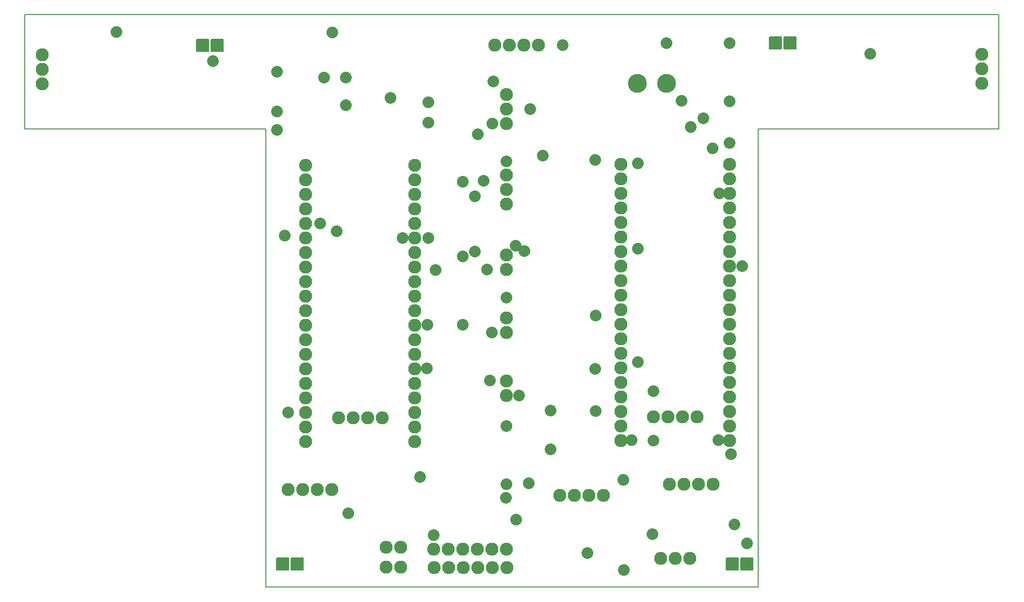
<source format=gbr>
G04 PROTEUS GERBER X2 FILE*
%TF.GenerationSoftware,Labcenter,Proteus,8.11-SP0-Build30052*%
%TF.CreationDate,2024-03-04T06:39:40+00:00*%
%TF.FileFunction,Soldermask,Bot*%
%TF.FilePolarity,Negative*%
%TF.Part,Single*%
%TF.SameCoordinates,{347c642e-2b0e-48e9-919d-a538f2e8b90d}*%
%FSLAX45Y45*%
%MOMM*%
G01*
%TA.AperFunction,Material*%
%ADD19C,2.032000*%
%TA.AperFunction,Material*%
%ADD70C,2.286000*%
%AMPPAD011*
4,1,36,
-1.016000,1.143000,
1.016000,1.143000,
1.041970,1.140470,
1.065980,1.133200,
1.087580,1.121650,
1.106290,1.106290,
1.121650,1.087570,
1.133200,1.065980,
1.140470,1.041970,
1.143000,1.016000,
1.143000,-1.016000,
1.140470,-1.041970,
1.133200,-1.065980,
1.121650,-1.087570,
1.106290,-1.106290,
1.087580,-1.121650,
1.065980,-1.133200,
1.041970,-1.140470,
1.016000,-1.143000,
-1.016000,-1.143000,
-1.041970,-1.140470,
-1.065980,-1.133200,
-1.087580,-1.121650,
-1.106290,-1.106290,
-1.121650,-1.087570,
-1.133200,-1.065980,
-1.140470,-1.041970,
-1.143000,-1.016000,
-1.143000,1.016000,
-1.140470,1.041970,
-1.133200,1.065980,
-1.121650,1.087570,
-1.106290,1.106290,
-1.087580,1.121650,
-1.065980,1.133200,
-1.041970,1.140470,
-1.016000,1.143000,
0*%
%TA.AperFunction,Material*%
%ADD71PPAD011*%
%ADD20C,3.302000*%
%TA.AperFunction,Profile*%
%ADD17C,0.203200*%
%TD.AperFunction*%
D19*
X+13198409Y+762813D03*
X+11818801Y+3016708D03*
X+10443959Y+492331D03*
X+13200000Y+6634091D03*
X+13361479Y+5161639D03*
X+15388591Y+1763672D03*
X+16906622Y+1763672D03*
X+12918379Y+2804414D03*
X+11970000Y+4740000D03*
X+14756000Y+6660000D03*
X+10402281Y+7620267D03*
X+9199886Y+7504373D03*
X+11393814Y+5301101D03*
X+10240000Y+5414000D03*
X+12440000Y+6282364D03*
X+12440000Y+4979801D03*
X+12445698Y+3785212D03*
X+11824416Y+3780708D03*
X+12978000Y+8030000D03*
X+11176000Y+7747000D03*
X+9330000Y+5340000D03*
X+12954050Y+7300088D03*
X+14756000Y+3007834D03*
X+14757594Y+3940602D03*
X+16637000Y+7390000D03*
X+11841436Y+5300014D03*
X+12861414Y+4743939D03*
X+12649857Y+5059402D03*
X+12650000Y+6029089D03*
X+17320828Y+4808669D03*
X+13589000Y+1016000D03*
X+8078593Y+8385968D03*
X+15996042Y+8702291D03*
X+12700000Y+7112000D03*
X+15770486Y+1760168D03*
X+14615304Y-206851D03*
X+15253812Y-500000D03*
X+15497436Y+5108609D03*
X+15494000Y+3130000D03*
X+13620000Y+7550000D03*
X+16260000Y+7690000D03*
X+16800000Y+6859973D03*
X+17101448Y+6958620D03*
X+15494000Y+6604000D03*
X+9953834Y+5553289D03*
X+12806202Y+6297175D03*
X+16420000Y+7239000D03*
X+13840000Y+6740000D03*
X+13200000Y+4259861D03*
X+12947667Y+3646419D03*
X+13421801Y+2548889D03*
X+13970000Y+2286000D03*
X+13970000Y+1610000D03*
X+17120000Y+1520000D03*
X+14758784Y+2271216D03*
X+9395334Y+2251958D03*
X+17399855Y-37805D03*
X+11843007Y+7670000D03*
X+11843007Y+7313007D03*
X+6395575Y+8892378D03*
X+14187224Y+8670000D03*
X+10160000Y+8890000D03*
X+13519946Y+5068823D03*
X+19553644Y+8512267D03*
X+15770382Y+2622028D03*
X+16916549Y+6078591D03*
X+17180000Y+290000D03*
X+13370000Y+380003D03*
X+11694000Y+1120508D03*
X+15244133Y+1072618D03*
X+11934000Y+110000D03*
X+15748000Y+127000D03*
D70*
X+9700000Y+6570000D03*
X+9700000Y+6316000D03*
X+9700000Y+6062000D03*
X+9700000Y+5808000D03*
X+9700000Y+5554000D03*
X+9700000Y+5300000D03*
X+9700000Y+5046000D03*
X+9700000Y+4792000D03*
X+9700000Y+4538000D03*
X+9700000Y+4284000D03*
X+9700000Y+4030000D03*
X+9700000Y+3776000D03*
X+9700000Y+3522000D03*
X+9700000Y+3268000D03*
X+9700000Y+3014000D03*
X+9700000Y+2760000D03*
X+9700000Y+2506000D03*
X+9700000Y+2252000D03*
X+9700000Y+1998000D03*
X+9700000Y+1744000D03*
X+11600000Y+1744000D03*
X+11600000Y+1998000D03*
X+11600000Y+2252000D03*
X+11600000Y+2506000D03*
X+11600000Y+2760000D03*
X+11600000Y+3014000D03*
X+11600000Y+3268000D03*
X+11600000Y+3522000D03*
X+11600000Y+3776000D03*
X+11600000Y+4030000D03*
X+11600000Y+4284000D03*
X+11600000Y+4538000D03*
X+11600000Y+4792000D03*
X+11600000Y+5046000D03*
X+11600000Y+5300000D03*
X+11600000Y+5554000D03*
X+11600000Y+5808000D03*
X+11600000Y+6062000D03*
X+11600000Y+6316000D03*
X+11600000Y+6570000D03*
X+10270000Y+2160000D03*
X+10524000Y+2160000D03*
X+10778000Y+2160000D03*
X+11032000Y+2160000D03*
X+15200000Y+6586000D03*
X+15200000Y+6332000D03*
X+15200000Y+6078000D03*
X+15200000Y+5824000D03*
X+15200000Y+5570000D03*
X+15200000Y+5316000D03*
X+15200000Y+5062000D03*
X+15200000Y+4808000D03*
X+15200000Y+4554000D03*
X+15200000Y+4300000D03*
X+15200000Y+4046000D03*
X+15200000Y+3792000D03*
X+15200000Y+3538000D03*
X+15200000Y+3284000D03*
X+15200000Y+3030000D03*
X+15200000Y+2776000D03*
X+15200000Y+2522000D03*
X+15200000Y+2268000D03*
X+15200000Y+2014000D03*
X+15200000Y+1760000D03*
X+17100000Y+1760000D03*
X+17100000Y+2014000D03*
X+17100000Y+2268000D03*
X+17100000Y+2522000D03*
X+17100000Y+2776000D03*
X+17100000Y+3030000D03*
X+17100000Y+3284000D03*
X+17100000Y+3538000D03*
X+17100000Y+3792000D03*
X+17100000Y+4046000D03*
X+17100000Y+4300000D03*
X+17100000Y+4554000D03*
X+17100000Y+4808000D03*
X+17100000Y+5062000D03*
X+17100000Y+5316000D03*
X+17100000Y+5570000D03*
X+17100000Y+5824000D03*
X+17100000Y+6078000D03*
X+17100000Y+6332000D03*
X+17100000Y+6586000D03*
X+15770000Y+2176000D03*
X+16024000Y+2176000D03*
X+16278000Y+2176000D03*
X+16532000Y+2176000D03*
X+12998000Y+8670000D03*
X+13252000Y+8670000D03*
X+13506000Y+8670000D03*
X+13760000Y+8670000D03*
X+5100000Y+7992000D03*
X+5100000Y+8246000D03*
X+5100000Y+8500000D03*
X+21500000Y+8508000D03*
X+21500000Y+8254000D03*
X+21500000Y+8000000D03*
D71*
X+7900000Y+8660000D03*
X+8154000Y+8660000D03*
X+18154000Y+8700000D03*
X+17900000Y+8700000D03*
D19*
X+17100000Y+7684000D03*
X+17100000Y+8700000D03*
D20*
X+16000000Y+8000000D03*
X+15492000Y+8000000D03*
D71*
X+17400000Y-400000D03*
X+17146000Y-400000D03*
X+9554000Y-400000D03*
X+9300000Y-400000D03*
D19*
X+13200000Y+1000000D03*
X+13200000Y+2016000D03*
D70*
X+10154000Y+900000D03*
X+9900000Y+900000D03*
X+9646000Y+900000D03*
X+9392000Y+900000D03*
X+16814000Y+1000000D03*
X+16560000Y+1000000D03*
X+16306000Y+1000000D03*
X+16052000Y+1000000D03*
X+11936000Y-140000D03*
X+12190000Y-140000D03*
X+12444000Y-140000D03*
X+12698000Y-140000D03*
X+12952000Y-140000D03*
X+13206000Y-140000D03*
D19*
X+10019000Y+8100000D03*
X+10400000Y+8100000D03*
D70*
X+11106000Y-100000D03*
X+11360000Y-100000D03*
D19*
X+9200000Y+8200000D03*
X+9200000Y+7184000D03*
D70*
X+13200000Y+2546000D03*
X+13200000Y+2800000D03*
X+13200000Y+3646000D03*
X+13200000Y+3900000D03*
X+13200000Y+4746000D03*
X+13200000Y+5000000D03*
X+13200000Y+5892000D03*
X+13200000Y+6146000D03*
X+13200000Y+6400000D03*
X+13200000Y+7300000D03*
X+13200000Y+7554000D03*
X+13200000Y+7808000D03*
X+15896000Y-300000D03*
X+16150000Y-300000D03*
X+16404000Y-300000D03*
X+14900000Y+800000D03*
X+14646000Y+800000D03*
X+14392000Y+800000D03*
X+14138000Y+800000D03*
X+11946000Y-460000D03*
X+12200000Y-460000D03*
X+12454000Y-460000D03*
X+12708000Y-460000D03*
X+12962000Y-460000D03*
X+13216000Y-460000D03*
X+11106000Y-450000D03*
X+11360000Y-450000D03*
D17*
X+4800000Y+9200000D02*
X+21800000Y+9200000D01*
X+21800000Y+7200000D01*
X+4800000Y+9200000D02*
X+4800000Y+7200000D01*
X+9000000Y+7200000D01*
X+21800000Y+7200000D02*
X+17600000Y+7200000D01*
X+17600000Y-800000D01*
X+9000000Y+7200000D02*
X+9000000Y-800000D01*
X+17600000Y-800000D01*
M02*

</source>
